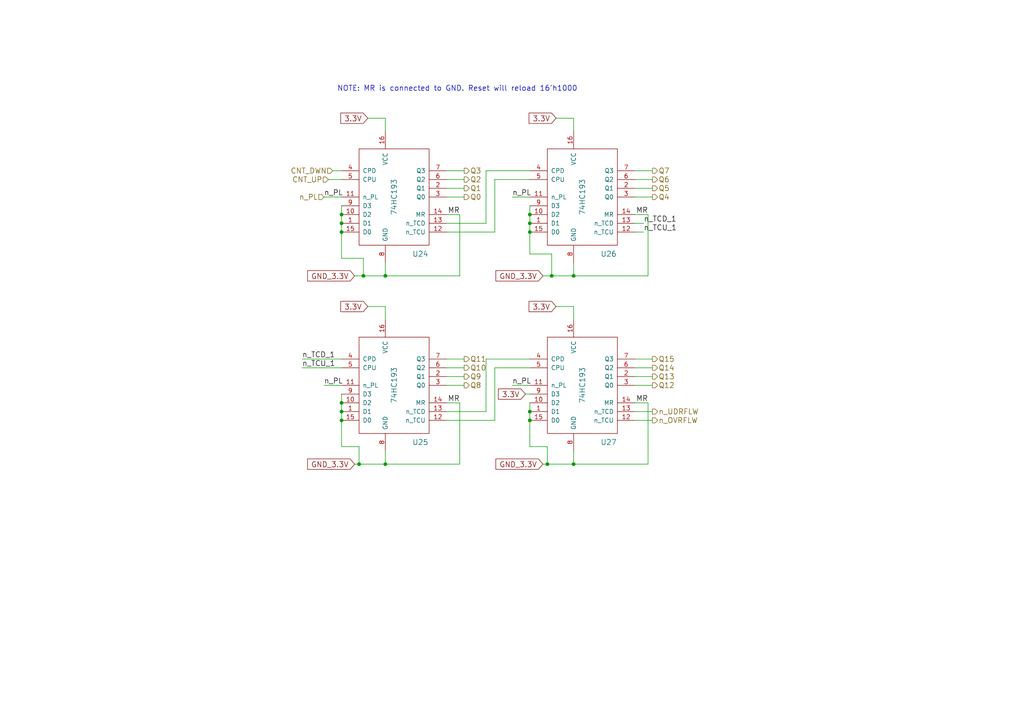
<source format=kicad_sch>
(kicad_sch (version 20230121) (generator eeschema)
  (paper "A4")
  (title_block (date "30 jan 2016"))
  (lib_symbols
    (symbol "arm_board-rescue:74HC193" (pin_names (offset 1.016))
      (property "Reference" "U" (at 7.62 -16.51 0))
      (property "Value" "74HC193" (at 0 0 90))
      (symbol "74HC193_0_1"
        (rectangle (start -10.16 13.97) (end 10.16 -13.97))
      )
      (symbol "74HC193_1_1"
        (pin input line (at -15.24 -7.62 0) (length 5.08) (name "D1") (number "1"))
        (pin input line (at -15.24 -5.08 0) (length 5.08) (name "D2") (number "10"))
        (pin input line (at -15.24 0 0) (length 5.08) (name "n_PL") (number "11"))
        (pin input line (at 15.24 -10.16 180) (length 5.08) (name "n_TCU") (number "12"))
        (pin input line (at 15.24 -7.62 180) (length 5.08) (name "n_TCD") (number "13"))
        (pin input line (at 15.24 -5.08 180) (length 5.08) (name "MR") (number "14"))
        (pin input line (at -15.24 -10.16 0) (length 5.08) (name "D0") (number "15"))
        (pin input line (at -2.54 19.05 270) (length 5.08) (name "VCC") (number "16"))
        (pin output line (at 15.24 2.54 180) (length 5.08) (name "Q1") (number "2"))
        (pin output line (at 15.24 0 180) (length 5.08) (name "Q0") (number "3"))
        (pin input line (at -15.24 7.62 0) (length 5.08) (name "CPD") (number "4"))
        (pin input line (at -15.24 5.08 0) (length 5.08) (name "CPU") (number "5"))
        (pin output line (at 15.24 5.08 180) (length 5.08) (name "Q2") (number "6"))
        (pin output line (at 15.24 7.62 180) (length 5.08) (name "Q3") (number "7"))
        (pin input line (at -2.54 -19.05 90) (length 5.08) (name "GND") (number "8"))
        (pin input line (at -15.24 -2.54 0) (length 5.08) (name "D3") (number "9"))
      )
    )
  )
  (junction (at 105.41 80.01))
  (junction (at 153.67 121.92))
  (junction (at 166.37 80.01))
  (junction (at 158.75 134.62))
  (junction (at 160.02 80.01))
  (junction (at 153.67 119.38))
  (junction (at 99.06 62.23))
  (junction (at 99.06 64.77))
  (junction (at 99.06 119.38))
  (junction (at 153.67 62.23))
  (junction (at 153.67 64.77))
  (junction (at 153.67 67.31))
  (junction (at 111.76 80.01))
  (junction (at 99.06 116.84))
  (junction (at 99.06 121.92))
  (junction (at 104.14 134.62))
  (junction (at 166.37 134.62))
  (junction (at 111.76 134.62))
  (junction (at 99.06 67.31))
  (wire (pts (xy 104.14 129.54) (xy 104.14 134.62)))
  (wire (pts (xy 158.75 129.54) (xy 158.75 134.62)))
  (wire (pts (xy 129.54 57.15) (xy 134.62 57.15)))
  (wire (pts (xy 184.15 111.76) (xy 189.23 111.76)))
  (wire (pts (xy 87.63 106.68) (xy 99.06 106.68)))
  (wire (pts (xy 166.37 134.62) (xy 187.96 134.62)))
  (wire (pts (xy 148.59 57.15) (xy 153.67 57.15)))
  (wire (pts (xy 95.25 52.07) (xy 99.06 52.07)))
  (wire (pts (xy 129.54 111.76) (xy 134.62 111.76)))
  (wire (pts (xy 140.97 119.38) (xy 140.97 104.14)))
  (wire (pts (xy 160.02 80.01) (xy 166.37 80.01)))
  (wire (pts (xy 166.37 80.01) (xy 166.37 76.2)))
  (wire (pts (xy 93.98 57.15) (xy 99.06 57.15)))
  (wire (pts (xy 99.06 114.3) (xy 99.06 116.84)))
  (wire (pts (xy 184.15 52.07) (xy 189.23 52.07)))
  (wire (pts (xy 129.54 119.38) (xy 140.97 119.38)))
  (wire (pts (xy 166.37 88.9) (xy 166.37 92.71)))
  (wire (pts (xy 153.67 129.54) (xy 158.75 129.54)))
  (wire (pts (xy 153.67 62.23) (xy 153.67 64.77)))
  (wire (pts (xy 111.76 80.01) (xy 111.76 76.2)))
  (wire (pts (xy 143.51 67.31) (xy 143.51 52.07)))
  (wire (pts (xy 111.76 88.9) (xy 111.76 92.71)))
  (wire (pts (xy 153.67 121.92) (xy 153.67 129.54)))
  (wire (pts (xy 184.15 104.14) (xy 189.23 104.14)))
  (wire (pts (xy 129.54 52.07) (xy 134.62 52.07)))
  (wire (pts (xy 111.76 34.29) (xy 111.76 38.1)))
  (wire (pts (xy 96.52 49.53) (xy 99.06 49.53)))
  (wire (pts (xy 161.29 34.29) (xy 166.37 34.29)))
  (wire (pts (xy 111.76 80.01) (xy 133.35 80.01)))
  (wire (pts (xy 106.68 34.29) (xy 111.76 34.29)))
  (wire (pts (xy 133.35 80.01) (xy 133.35 62.23)))
  (wire (pts (xy 187.96 62.23) (xy 184.15 62.23)))
  (wire (pts (xy 99.06 67.31) (xy 99.06 74.93)))
  (wire (pts (xy 99.06 119.38) (xy 99.06 121.92)))
  (wire (pts (xy 153.67 119.38) (xy 153.67 121.92)))
  (wire (pts (xy 189.23 121.92) (xy 184.15 121.92)))
  (wire (pts (xy 111.76 134.62) (xy 111.76 130.81)))
  (wire (pts (xy 129.54 64.77) (xy 140.97 64.77)))
  (wire (pts (xy 129.54 106.68) (xy 134.62 106.68)))
  (wire (pts (xy 99.06 62.23) (xy 99.06 64.77)))
  (wire (pts (xy 105.41 80.01) (xy 111.76 80.01)))
  (wire (pts (xy 133.35 62.23) (xy 129.54 62.23)))
  (wire (pts (xy 133.35 116.84) (xy 129.54 116.84)))
  (wire (pts (xy 99.06 121.92) (xy 99.06 129.54)))
  (wire (pts (xy 99.06 59.69) (xy 99.06 62.23)))
  (wire (pts (xy 184.15 64.77) (xy 186.69 64.77)))
  (wire (pts (xy 184.15 57.15) (xy 189.23 57.15)))
  (wire (pts (xy 129.54 54.61) (xy 134.62 54.61)))
  (wire (pts (xy 184.15 109.22) (xy 189.23 109.22)))
  (wire (pts (xy 143.51 52.07) (xy 153.67 52.07)))
  (wire (pts (xy 99.06 129.54) (xy 104.14 129.54)))
  (wire (pts (xy 166.37 80.01) (xy 187.96 80.01)))
  (wire (pts (xy 129.54 121.92) (xy 143.51 121.92)))
  (wire (pts (xy 184.15 54.61) (xy 189.23 54.61)))
  (wire (pts (xy 129.54 49.53) (xy 134.62 49.53)))
  (wire (pts (xy 102.87 80.01) (xy 105.41 80.01)))
  (wire (pts (xy 184.15 67.31) (xy 186.69 67.31)))
  (wire (pts (xy 143.51 106.68) (xy 153.67 106.68)))
  (wire (pts (xy 129.54 109.22) (xy 134.62 109.22)))
  (wire (pts (xy 106.68 88.9) (xy 111.76 88.9)))
  (wire (pts (xy 187.96 116.84) (xy 184.15 116.84)))
  (wire (pts (xy 187.96 134.62) (xy 187.96 116.84)))
  (wire (pts (xy 140.97 104.14) (xy 153.67 104.14)))
  (wire (pts (xy 129.54 104.14) (xy 134.62 104.14)))
  (wire (pts (xy 104.14 134.62) (xy 111.76 134.62)))
  (wire (pts (xy 129.54 67.31) (xy 143.51 67.31)))
  (wire (pts (xy 187.96 80.01) (xy 187.96 62.23)))
  (wire (pts (xy 153.67 116.84) (xy 153.67 119.38)))
  (wire (pts (xy 158.75 134.62) (xy 166.37 134.62)))
  (wire (pts (xy 160.02 73.66) (xy 160.02 80.01)))
  (wire (pts (xy 99.06 116.84) (xy 99.06 119.38)))
  (wire (pts (xy 105.41 74.93) (xy 105.41 80.01)))
  (wire (pts (xy 140.97 49.53) (xy 153.67 49.53)))
  (wire (pts (xy 102.87 134.62) (xy 104.14 134.62)))
  (wire (pts (xy 166.37 34.29) (xy 166.37 38.1)))
  (wire (pts (xy 99.06 64.77) (xy 99.06 67.31)))
  (wire (pts (xy 161.29 88.9) (xy 166.37 88.9)))
  (wire (pts (xy 153.67 59.69) (xy 153.67 62.23)))
  (wire (pts (xy 153.67 73.66) (xy 160.02 73.66)))
  (wire (pts (xy 143.51 121.92) (xy 143.51 106.68)))
  (wire (pts (xy 184.15 119.38) (xy 189.23 119.38)))
  (wire (pts (xy 133.35 134.62) (xy 133.35 116.84)))
  (wire (pts (xy 184.15 49.53) (xy 189.23 49.53)))
  (wire (pts (xy 153.67 64.77) (xy 153.67 67.31)))
  (wire (pts (xy 152.4 114.3) (xy 153.67 114.3)))
  (wire (pts (xy 99.06 74.93) (xy 105.41 74.93)))
  (wire (pts (xy 157.48 134.62) (xy 158.75 134.62)))
  (wire (pts (xy 148.59 111.76) (xy 153.67 111.76)))
  (wire (pts (xy 157.48 80.01) (xy 160.02 80.01)))
  (wire (pts (xy 184.15 106.68) (xy 189.23 106.68)))
  (wire (pts (xy 87.63 104.14) (xy 99.06 104.14)))
  (wire (pts (xy 93.98 111.76) (xy 99.06 111.76)))
  (wire (pts (xy 166.37 134.62) (xy 166.37 130.81)))
  (wire (pts (xy 111.76 134.62) (xy 133.35 134.62)))
  (wire (pts (xy 140.97 64.77) (xy 140.97 49.53)))
  (wire (pts (xy 153.67 67.31) (xy 153.67 73.66)))
  (text "NOTE: MR is connected to GND. Reset will reload 16'h1000" (at 97.79 26.67 0) (effects (font (size 1.524 1.524)) (justify left bottom)))
  (label "n_PL" (at 148.59 57.15 0) (effects (font (size 1.524 1.524))))
  (label "n_TCU_1" (at 186.69 67.31 0) (effects (font (size 1.524 1.524))))
  (label "MR" (at 187.96 62.23 180) (effects (font (size 1.524 1.524))))
  (label "MR" (at 133.35 62.23 180) (effects (font (size 1.524 1.524))))
  (label "n_PL" (at 93.98 57.15 0) (effects (font (size 1.524 1.524))))
  (label "n_PL" (at 93.98 111.76 0) (effects (font (size 1.524 1.524))))
  (label "MR" (at 133.35 116.84 180) (effects (font (size 1.524 1.524))))
  (label "n_TCD_1" (at 186.69 64.77 0) (effects (font (size 1.524 1.524))))
  (label "n_TCD_1" (at 87.63 104.14 0) (effects (font (size 1.524 1.524))))
  (label "MR" (at 187.96 116.84 180) (effects (font (size 1.524 1.524))))
  (label "n_TCU_1" (at 87.63 106.68 0) (effects (font (size 1.524 1.524))))
  (label "n_PL" (at 148.59 111.76 0) (effects (font (size 1.524 1.524))))
  (global_label "GND_3.3V" (shape input) (at 157.48 134.62 180) (effects (font (size 1.524 1.524))) (property "Intersheetrefs" "${INTERSHEET_REFS}" (effects hide)))
  (global_label "3.3V" (shape input) (at 152.4 114.3 180) (effects (font (size 1.524 1.524))) (property "Intersheetrefs" "${INTERSHEET_REFS}" (effects hide)))
  (global_label "GND_3.3V" (shape input) (at 102.87 80.01 180) (effects (font (size 1.524 1.524))) (property "Intersheetrefs" "${INTERSHEET_REFS}" (effects hide)))
  (global_label "3.3V" (shape input) (at 106.68 88.9 180) (effects (font (size 1.524 1.524))) (property "Intersheetrefs" "${INTERSHEET_REFS}" (effects hide)))
  (global_label "3.3V" (shape input) (at 161.29 88.9 180) (effects (font (size 1.524 1.524))) (property "Intersheetrefs" "${INTERSHEET_REFS}" (effects hide)))
  (global_label "3.3V" (shape input) (at 161.29 34.29 180) (effects (font (size 1.524 1.524))) (property "Intersheetrefs" "${INTERSHEET_REFS}" (effects hide)))
  (global_label "GND_3.3V" (shape input) (at 157.48 80.01 180) (effects (font (size 1.524 1.524))) (property "Intersheetrefs" "${INTERSHEET_REFS}" (effects hide)))
  (global_label "GND_3.3V" (shape input) (at 102.87 134.62 180) (effects (font (size 1.524 1.524))) (property "Intersheetrefs" "${INTERSHEET_REFS}" (effects hide)))
  (global_label "3.3V" (shape input) (at 106.68 34.29 180) (effects (font (size 1.524 1.524))) (property "Intersheetrefs" "${INTERSHEET_REFS}" (effects hide)))
  (hierarchical_label "Q12" (shape output) (at 189.23 111.76 0) (effects (font (size 1.524 1.524))))
  (hierarchical_label "Q14" (shape output) (at 189.23 106.68 0) (effects (font (size 1.524 1.524))))
  (hierarchical_label "Q7" (shape output) (at 189.23 49.53 0) (effects (font (size 1.524 1.524))))
  (hierarchical_label "Q8" (shape output) (at 134.62 111.76 0) (effects (font (size 1.524 1.524))))
  (hierarchical_label "n_UDRFLW" (shape output) (at 189.23 119.38 0) (effects (font (size 1.524 1.524))))
  (hierarchical_label "Q13" (shape output) (at 189.23 109.22 0) (effects (font (size 1.524 1.524))))
  (hierarchical_label "Q11" (shape output) (at 134.62 104.14 0) (effects (font (size 1.524 1.524))))
  (hierarchical_label "n_PL" (shape input) (at 93.98 57.15 180) (effects (font (size 1.524 1.524))))
  (hierarchical_label "Q10" (shape output) (at 134.62 106.68 0) (effects (font (size 1.524 1.524))))
  (hierarchical_label "CNT_UP" (shape input) (at 95.25 52.07 180) (effects (font (size 1.524 1.524))))
  (hierarchical_label "Q15" (shape output) (at 189.23 104.14 0) (effects (font (size 1.524 1.524))))
  (hierarchical_label "Q6" (shape output) (at 189.23 52.07 0) (effects (font (size 1.524 1.524))))
  (hierarchical_label "Q9" (shape output) (at 134.62 109.22 0) (effects (font (size 1.524 1.524))))
  (hierarchical_label "CNT_DWN" (shape input) (at 96.52 49.53 180) (effects (font (size 1.524 1.524))))
  (hierarchical_label "n_OVRFLW" (shape output) (at 189.23 121.92 0) (effects (font (size 1.524 1.524))))
  (hierarchical_label "Q5" (shape output) (at 189.23 54.61 0) (effects (font (size 1.524 1.524))))
  (hierarchical_label "Q3" (shape output) (at 134.62 49.53 0) (effects (font (size 1.524 1.524))))
  (hierarchical_label "Q0" (shape output) (at 134.62 57.15 0) (effects (font (size 1.524 1.524))))
  (hierarchical_label "Q1" (shape output) (at 134.62 54.61 0) (effects (font (size 1.524 1.524))))
  (hierarchical_label "Q2" (shape output) (at 134.62 52.07 0) (effects (font (size 1.524 1.524))))
  (hierarchical_label "Q4" (shape output) (at 189.23 57.15 0) (effects (font (size 1.524 1.524))))
  (symbol (lib_id "arm_board-rescue:74HC193") (at 114.3 57.15 0) (unit 1)
    (property "Reference" "U24" (at 121.92 73.66 0) (effects (font (size 1.524 1.524))))
    (property "Value" "74HC193" (at 114.3 57.15 90) (effects (font (size 1.524 1.524))))
    (property "Footprint" "ArmFootprints:SOIC-16" (effects hide))
  )
  (symbol (lib_id "arm_board-rescue:74HC193") (at 168.91 57.15 0) (unit 1)
    (property "Reference" "U26" (at 176.53 73.66 0) (effects (font (size 1.524 1.524))))
    (property "Value" "74HC193" (at 168.91 57.15 90) (effects (font (size 1.524 1.524))))
    (property "Footprint" "ArmFootprints:SOIC-16" (effects hide))
  )
  (symbol (lib_id "arm_board-rescue:74HC193") (at 114.3 111.76 0) (unit 1)
    (property "Reference" "U25" (at 121.92 128.27 0) (effects (font (size 1.524 1.524))))
    (property "Value" "74HC193" (at 114.3 111.76 90) (effects (font (size 1.524 1.524))))
    (property "Footprint" "ArmFootprints:SOIC-16" (effects hide))
  )
  (symbol (lib_id "arm_board-rescue:74HC193") (at 168.91 111.76 0) (unit 1)
    (property "Reference" "U27" (at 176.53 128.27 0) (effects (font (size 1.524 1.524))))
    (property "Value" "74HC193" (at 168.91 111.76 90) (effects (font (size 1.524 1.524))))
    (property "Footprint" "ArmFootprints:SOIC-16" (effects hide))
  )
)
</source>
